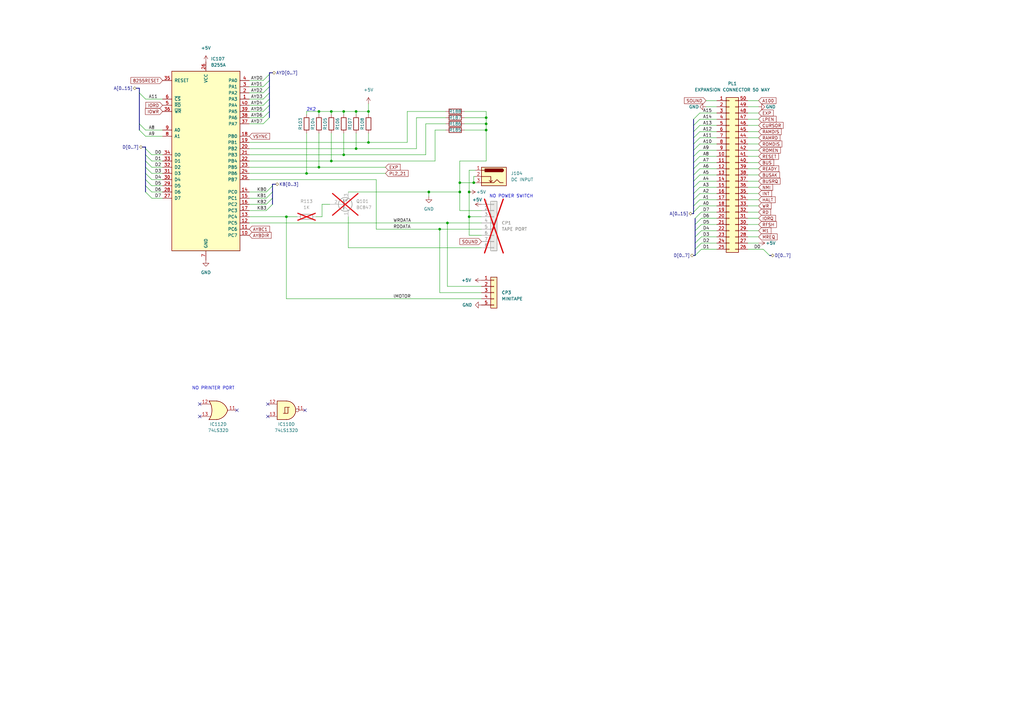
<source format=kicad_sch>
(kicad_sch (version 20230121) (generator eeschema)
  (paper "A3")
  (lib_symbols
    (symbol "74xx:74LS132" (pin_names (offset 1.016))
      (property "Reference" "U" (at 0 1.27 0))
      (property "Value" "74LS132" (at 0 -1.27 0))
      (symbol "74LS132_1_1"
        (pin input line (at -7.62 2.54 0) (length 3.81) (name "~") (number "1"))
        (pin input line (at -7.62 -2.54 0) (length 3.81) (name "~") (number "2"))
        (pin output inverted (at 7.62 0 180) (length 3.81) (name "~") (number "3"))
      )
      (symbol "74LS132_1_2"
        (pin input inverted (at -7.62 2.54 0) (length 4.318) (name "~") (number "1"))
        (pin input inverted (at -7.62 -2.54 0) (length 4.318) (name "~") (number "2"))
        (pin output line (at 7.62 0 180) (length 3.81) (name "~") (number "3"))
      )
      (symbol "74LS132_2_1"
        (pin input line (at -7.62 2.54 0) (length 3.81) (name "~") (number "4"))
        (pin input line (at -7.62 -2.54 0) (length 3.81) (name "~") (number "5"))
        (pin output inverted (at 7.62 0 180) (length 3.81) (name "~") (number "6"))
      )
      (symbol "74LS132_2_2"
        (pin input inverted (at -7.62 2.54 0) (length 4.318) (name "~") (number "4"))
        (pin input inverted (at -7.62 -2.54 0) (length 4.318) (name "~") (number "5"))
        (pin output line (at 7.62 0 180) (length 3.81) (name "~") (number "6"))
      )
      (symbol "74LS132_3_1"
        (pin input line (at -7.62 -2.54 0) (length 3.81) (name "~") (number "10"))
        (pin output inverted (at 7.62 0 180) (length 3.81) (name "~") (number "8"))
        (pin input line (at -7.62 2.54 0) (length 3.81) (name "~") (number "9"))
      )
      (symbol "74LS132_3_2"
        (pin input inverted (at -7.62 -2.54 0) (length 4.318) (name "~") (number "10"))
        (pin output line (at 7.62 0 180) (length 3.81) (name "~") (number "8"))
        (pin input inverted (at -7.62 2.54 0) (length 4.318) (name "~") (number "9"))
      )
      (symbol "74LS132_4_1"
        (pin output inverted (at 7.62 0 180) (length 3.81) (name "~") (number "11"))
        (pin input line (at -7.62 2.54 0) (length 3.81) (name "~") (number "12"))
        (pin input line (at -7.62 -2.54 0) (length 3.81) (name "~") (number "13"))
      )
      (symbol "74LS132_4_2"
        (pin output line (at 7.62 0 180) (length 3.81) (name "~") (number "11"))
        (pin input inverted (at -7.62 2.54 0) (length 4.318) (name "~") (number "12"))
        (pin input inverted (at -7.62 -2.54 0) (length 4.318) (name "~") (number "13"))
      )
      (symbol "74LS132_5_0"
        (pin power_in line (at 0 12.7 270) (length 5.08) (name "VCC") (number "14"))
        (pin power_in line (at 0 -12.7 90) (length 5.08) (name "GND") (number "7"))
      )
    )
    (symbol "74xx:74LS32" (pin_names (offset 1.016))
      (property "Reference" "U" (at 0 1.27 0))
      (property "Value" "74LS32" (at 0 -1.27 0))
      (symbol "74LS32_1_1"
        (pin input line (at -7.62 2.54 0) (length 4.318) (name "~") (number "1"))
        (pin input line (at -7.62 -2.54 0) (length 4.318) (name "~") (number "2"))
        (pin output line (at 7.62 0 180) (length 3.81) (name "~") (number "3"))
      )
      (symbol "74LS32_1_2"
        (pin input inverted (at -7.62 2.54 0) (length 3.81) (name "~") (number "1"))
        (pin input inverted (at -7.62 -2.54 0) (length 3.81) (name "~") (number "2"))
        (pin output inverted (at 7.62 0 180) (length 3.81) (name "~") (number "3"))
      )
      (symbol "74LS32_2_1"
        (pin input line (at -7.62 2.54 0) (length 4.318) (name "~") (number "4"))
        (pin input line (at -7.62 -2.54 0) (length 4.318) (name "~") (number "5"))
        (pin output line (at 7.62 0 180) (length 3.81) (name "~") (number "6"))
      )
      (symbol "74LS32_2_2"
        (pin input inverted (at -7.62 2.54 0) (length 3.81) (name "~") (number "4"))
        (pin input inverted (at -7.62 -2.54 0) (length 3.81) (name "~") (number "5"))
        (pin output inverted (at 7.62 0 180) (length 3.81) (name "~") (number "6"))
      )
      (symbol "74LS32_3_1"
        (pin input line (at -7.62 -2.54 0) (length 4.318) (name "~") (number "10"))
        (pin output line (at 7.62 0 180) (length 3.81) (name "~") (number "8"))
        (pin input line (at -7.62 2.54 0) (length 4.318) (name "~") (number "9"))
      )
      (symbol "74LS32_3_2"
        (pin input inverted (at -7.62 -2.54 0) (length 3.81) (name "~") (number "10"))
        (pin output inverted (at 7.62 0 180) (length 3.81) (name "~") (number "8"))
        (pin input inverted (at -7.62 2.54 0) (length 3.81) (name "~") (number "9"))
      )
      (symbol "74LS32_4_1"
        (pin output line (at 7.62 0 180) (length 3.81) (name "~") (number "11"))
        (pin input line (at -7.62 2.54 0) (length 4.318) (name "~") (number "12"))
        (pin input line (at -7.62 -2.54 0) (length 4.318) (name "~") (number "13"))
      )
      (symbol "74LS32_4_2"
        (pin output inverted (at 7.62 0 180) (length 3.81) (name "~") (number "11"))
        (pin input inverted (at -7.62 2.54 0) (length 3.81) (name "~") (number "12"))
        (pin input inverted (at -7.62 -2.54 0) (length 3.81) (name "~") (number "13"))
      )
      (symbol "74LS32_5_0"
        (pin power_in line (at 0 12.7 270) (length 5.08) (name "VCC") (number "14"))
        (pin power_in line (at 0 -12.7 90) (length 5.08) (name "GND") (number "7"))
      )
    )
    (symbol "Connector:Barrel_Jack_Switch_Pin3Ring" (pin_names hide)
      (property "Reference" "J" (at 0 5.334 0))
      (property "Value" "Barrel_Jack_Switch_Pin3Ring" (at 0 -5.08 0))
      (symbol "Barrel_Jack_Switch_Pin3Ring_1_1"
        (pin passive line (at 7.62 2.54 180) (length 2.54) (name "~") (number "1"))
        (pin passive line (at 7.62 0 180) (length 2.54) (name "~") (number "2"))
        (pin passive line (at 7.62 -2.54 180) (length 2.54) (name "~") (number "3"))
      )
    )
    (symbol "Connector_Generic:Conn_01x05" (pin_names (offset 1.016) hide)
      (property "Reference" "J" (at 0 7.62 0))
      (property "Value" "Conn_01x05" (at 0 -7.62 0))
      (symbol "Conn_01x05_1_1"
        (pin passive line (at -5.08 5.08 0) (length 3.81) (name "Pin_1") (number "1"))
        (pin passive line (at -5.08 2.54 0) (length 3.81) (name "Pin_2") (number "2"))
        (pin passive line (at -5.08 0 0) (length 3.81) (name "Pin_3") (number "3"))
        (pin passive line (at -5.08 -2.54 0) (length 3.81) (name "Pin_4") (number "4"))
        (pin passive line (at -5.08 -5.08 0) (length 3.81) (name "Pin_5") (number "5"))
      )
    )
    (symbol "Connector_Generic:Conn_01x08" (pin_names (offset 1.016) hide)
      (property "Reference" "J" (at 0 10.16 0))
      (property "Value" "Conn_01x08" (at 0 -12.7 0))
      (symbol "Conn_01x08_1_1"
        (pin passive line (at -5.08 7.62 0) (length 3.81) (name "Pin_1") (number "1"))
        (pin passive line (at -5.08 5.08 0) (length 3.81) (name "Pin_2") (number "2"))
        (pin passive line (at -5.08 2.54 0) (length 3.81) (name "Pin_3") (number "3"))
        (pin passive line (at -5.08 0 0) (length 3.81) (name "Pin_4") (number "4"))
        (pin passive line (at -5.08 -2.54 0) (length 3.81) (name "Pin_5") (number "5"))
        (pin passive line (at -5.08 -5.08 0) (length 3.81) (name "Pin_6") (number "6"))
        (pin passive line (at -5.08 -7.62 0) (length 3.81) (name "Pin_7") (number "7"))
        (pin passive line (at -5.08 -10.16 0) (length 3.81) (name "Pin_8") (number "8"))
      )
    )
    (symbol "Connector_Generic:Conn_02x25_Counter_Clockwise" (pin_names (offset 1.016) hide)
      (property "Reference" "J" (at 1.27 33.02 0))
      (property "Value" "Conn_02x25_Counter_Clockwise" (at 1.27 -33.02 0))
      (symbol "Conn_02x25_Counter_Clockwise_1_1"
        (pin passive line (at -5.08 30.48 0) (length 3.81) (name "Pin_1") (number "1"))
        (pin passive line (at -5.08 7.62 0) (length 3.81) (name "Pin_10") (number "10"))
        (pin passive line (at -5.08 5.08 0) (length 3.81) (name "Pin_11") (number "11"))
        (pin passive line (at -5.08 2.54 0) (length 3.81) (name "Pin_12") (number "12"))
        (pin passive line (at -5.08 0 0) (length 3.81) (name "Pin_13") (number "13"))
        (pin passive line (at -5.08 -2.54 0) (length 3.81) (name "Pin_14") (number "14"))
        (pin passive line (at -5.08 -5.08 0) (length 3.81) (name "Pin_15") (number "15"))
        (pin passive line (at -5.08 -7.62 0) (length 3.81) (name "Pin_16") (number "16"))
        (pin passive line (at -5.08 -10.16 0) (length 3.81) (name "Pin_17") (number "17"))
        (pin passive line (at -5.08 -12.7 0) (length 3.81) (name "Pin_18") (number "18"))
        (pin passive line (at -5.08 -15.24 0) (length 3.81) (name "Pin_19") (number "19"))
        (pin passive line (at -5.08 27.94 0) (length 3.81) (name "Pin_2") (number "2"))
        (pin passive line (at -5.08 -17.78 0) (length 3.81) (name "Pin_20") (number "20"))
        (pin passive line (at -5.08 -20.32 0) (length 3.81) (name "Pin_21") (number "21"))
        (pin passive line (at -5.08 -22.86 0) (length 3.81) (name "Pin_22") (number "22"))
        (pin passive line (at -5.08 -25.4 0) (length 3.81) (name "Pin_23") (number "23"))
        (pin passive line (at -5.08 -27.94 0) (length 3.81) (name "Pin_24") (number "24"))
        (pin passive line (at -5.08 -30.48 0) (length 3.81) (name "Pin_25") (number "25"))
        (pin passive line (at 7.62 -30.48 180) (length 3.81) (name "Pin_26") (number "26"))
        (pin passive line (at 7.62 -27.94 180) (length 3.81) (name "Pin_27") (number "27"))
        (pin passive line (at 7.62 -25.4 180) (length 3.81) (name "Pin_28") (number "28"))
        (pin passive line (at 7.62 -22.86 180) (length 3.81) (name "Pin_29") (number "29"))
        (pin passive line (at -5.08 25.4 0) (length 3.81) (name "Pin_3") (number "3"))
        (pin passive line (at 7.62 -20.32 180) (length 3.81) (name "Pin_30") (number "30"))
        (pin passive line (at 7.62 -17.78 180) (length 3.81) (name "Pin_31") (number "31"))
        (pin passive line (at 7.62 -15.24 180) (length 3.81) (name "Pin_32") (number "32"))
        (pin passive line (at 7.62 -12.7 180) (length 3.81) (name "Pin_33") (number "33"))
        (pin passive line (at 7.62 -10.16 180) (length 3.81) (name "Pin_34") (number "34"))
        (pin passive line (at 7.62 -7.62 180) (length 3.81) (name "Pin_35") (number "35"))
        (pin passive line (at 7.62 -5.08 180) (length 3.81) (name "Pin_36") (number "36"))
        (pin passive line (at 7.62 -2.54 180) (length 3.81) (name "Pin_37") (number "37"))
        (pin passive line (at 7.62 0 180) (length 3.81) (name "Pin_38") (number "38"))
        (pin passive line (at 7.62 2.54 180) (length 3.81) (name "Pin_39") (number "39"))
        (pin passive line (at -5.08 22.86 0) (length 3.81) (name "Pin_4") (number "4"))
        (pin passive line (at 7.62 5.08 180) (length 3.81) (name "Pin_40") (number "40"))
        (pin passive line (at 7.62 7.62 180) (length 3.81) (name "Pin_41") (number "41"))
        (pin passive line (at 7.62 10.16 180) (length 3.81) (name "Pin_42") (number "42"))
        (pin passive line (at 7.62 12.7 180) (length 3.81) (name "Pin_43") (number "43"))
        (pin passive line (at 7.62 15.24 180) (length 3.81) (name "Pin_44") (number "44"))
        (pin passive line (at 7.62 17.78 180) (length 3.81) (name "Pin_45") (number "45"))
        (pin passive line (at 7.62 20.32 180) (length 3.81) (name "Pin_46") (number "46"))
        (pin passive line (at 7.62 22.86 180) (length 3.81) (name "Pin_47") (number "47"))
        (pin passive line (at 7.62 25.4 180) (length 3.81) (name "Pin_48") (number "48"))
        (pin passive line (at 7.62 27.94 180) (length 3.81) (name "Pin_49") (number "49"))
        (pin passive line (at -5.08 20.32 0) (length 3.81) (name "Pin_5") (number "5"))
        (pin passive line (at 7.62 30.48 180) (length 3.81) (name "Pin_50") (number "50"))
        (pin passive line (at -5.08 17.78 0) (length 3.81) (name "Pin_6") (number "6"))
        (pin passive line (at -5.08 15.24 0) (length 3.81) (name "Pin_7") (number "7"))
        (pin passive line (at -5.08 12.7 0) (length 3.81) (name "Pin_8") (number "8"))
        (pin passive line (at -5.08 10.16 0) (length 3.81) (name "Pin_9") (number "9"))
      )
    )
    (symbol "Device:R" (pin_numbers hide) (pin_names (offset 0))
      (property "Reference" "R" (at 2.032 0 90))
      (property "Value" "R" (at 0 0 90))
      (symbol "R_1_1"
        (pin passive line (at 0 3.81 270) (length 1.27) (name "~") (number "1"))
        (pin passive line (at 0 -3.81 90) (length 1.27) (name "~") (number "2"))
      )
    )
    (symbol "Interface:8255A" (pin_names (offset 1.016))
      (property "Reference" "U" (at -13.97 38.1 0))
      (property "Value" "8255A" (at 8.89 38.1 0))
      (symbol "8255A_1_1"
        (pin bidirectional line (at 17.78 25.4 180) (length 3.81) (name "PA3") (number "1"))
        (pin bidirectional line (at 17.78 -30.48 180) (length 3.81) (name "PC7") (number "10"))
        (pin bidirectional line (at 17.78 -27.94 180) (length 3.81) (name "PC6") (number "11"))
        (pin bidirectional line (at 17.78 -25.4 180) (length 3.81) (name "PC5") (number "12"))
        (pin bidirectional line (at 17.78 -22.86 180) (length 3.81) (name "PC4") (number "13"))
        (pin bidirectional line (at 17.78 -12.7 180) (length 3.81) (name "PC0") (number "14"))
        (pin bidirectional line (at 17.78 -15.24 180) (length 3.81) (name "PC1") (number "15"))
        (pin bidirectional line (at 17.78 -17.78 180) (length 3.81) (name "PC2") (number "16"))
        (pin bidirectional line (at 17.78 -20.32 180) (length 3.81) (name "PC3") (number "17"))
        (pin bidirectional line (at 17.78 10.16 180) (length 3.81) (name "PB0") (number "18"))
        (pin bidirectional line (at 17.78 7.62 180) (length 3.81) (name "PB1") (number "19"))
        (pin bidirectional line (at 17.78 27.94 180) (length 3.81) (name "PA2") (number "2"))
        (pin bidirectional line (at 17.78 5.08 180) (length 3.81) (name "PB2") (number "20"))
        (pin bidirectional line (at 17.78 2.54 180) (length 3.81) (name "PB3") (number "21"))
        (pin bidirectional line (at 17.78 0 180) (length 3.81) (name "PB4") (number "22"))
        (pin bidirectional line (at 17.78 -2.54 180) (length 3.81) (name "PB5") (number "23"))
        (pin bidirectional line (at 17.78 -5.08 180) (length 3.81) (name "PB6") (number "24"))
        (pin bidirectional line (at 17.78 -7.62 180) (length 3.81) (name "PB7") (number "25"))
        (pin power_in line (at 0 40.64 270) (length 3.81) (name "VCC") (number "26"))
        (pin bidirectional line (at -17.78 -15.24 0) (length 3.81) (name "D7") (number "27"))
        (pin bidirectional line (at -17.78 -12.7 0) (length 3.81) (name "D6") (number "28"))
        (pin bidirectional line (at -17.78 -10.16 0) (length 3.81) (name "D5") (number "29"))
        (pin bidirectional line (at 17.78 30.48 180) (length 3.81) (name "PA1") (number "3"))
        (pin bidirectional line (at -17.78 -7.62 0) (length 3.81) (name "D4") (number "30"))
        (pin bidirectional line (at -17.78 -5.08 0) (length 3.81) (name "D3") (number "31"))
        (pin bidirectional line (at -17.78 -2.54 0) (length 3.81) (name "D2") (number "32"))
        (pin bidirectional line (at -17.78 0 0) (length 3.81) (name "D1") (number "33"))
        (pin bidirectional line (at -17.78 2.54 0) (length 3.81) (name "D0") (number "34"))
        (pin input line (at -17.78 33.02 0) (length 3.81) (name "RESET") (number "35"))
        (pin input line (at -17.78 20.32 0) (length 3.81) (name "~{WR}") (number "36"))
        (pin bidirectional line (at 17.78 15.24 180) (length 3.81) (name "PA7") (number "37"))
        (pin bidirectional line (at 17.78 17.78 180) (length 3.81) (name "PA6") (number "38"))
        (pin bidirectional line (at 17.78 20.32 180) (length 3.81) (name "PA5") (number "39"))
        (pin bidirectional line (at 17.78 33.02 180) (length 3.81) (name "PA0") (number "4"))
        (pin bidirectional line (at 17.78 22.86 180) (length 3.81) (name "PA4") (number "40"))
        (pin input line (at -17.78 22.86 0) (length 3.81) (name "~{RD}") (number "5"))
        (pin input line (at -17.78 25.4 0) (length 3.81) (name "~{CS}") (number "6"))
        (pin power_in line (at 0 -40.64 90) (length 3.81) (name "GND") (number "7"))
        (pin input line (at -17.78 10.16 0) (length 3.81) (name "A1") (number "8"))
        (pin input line (at -17.78 12.7 0) (length 3.81) (name "A0") (number "9"))
      )
    )
    (symbol "Transistor_BJT:BC547" (pin_names (offset 0) hide)
      (property "Reference" "Q" (at 5.08 1.905 0))
      (property "Value" "BC547" (at 5.08 0 0))
      (symbol "BC547_1_1"
        (pin passive line (at 2.54 5.08 270) (length 2.54) (name "C") (number "1"))
        (pin input line (at -5.08 0 0) (length 5.08) (name "B") (number "2"))
        (pin passive line (at 2.54 -5.08 90) (length 2.54) (name "E") (number "3"))
      )
    )
    (symbol "power:+5V" (power) (pin_names (offset 0))
      (property "Value" "+5V" (at 0 3.556 0))
      (symbol "+5V_1_1"
        (pin power_in line (at 0 0 90) (length 0) hide (name "+5V") (number "1"))
      )
    )
    (symbol "power:GND" (power) (pin_names (offset 0))
      (property "Value" "GND" (at 0 -3.81 0))
      (symbol "GND_1_1"
        (pin power_in line (at 0 0 270) (length 0) hide (name "GND") (number "1"))
      )
    )
  )
  (junction (at 125.73 71.12))
  (junction (at 151.13 45.72))
  (junction (at 130.81 45.72))
  (junction (at 146.05 45.72))
  (junction (at 192.405 78.74))
  (junction (at 192.405 88.9))
  (junction (at 188.595 74.93))
  (junction (at 194.31 74.93))
  (junction (at 140.97 63.5))
  (junction (at 199.39 50.8))
  (junction (at 199.39 48.26))
  (junction (at 183.515 91.44))
  (junction (at 199.39 53.34))
  (junction (at 180.34 93.98))
  (junction (at 140.97 45.72))
  (junction (at 117.475 88.9))
  (junction (at 135.89 45.72))
  (junction (at 175.895 78.74))
  (junction (at 146.05 60.96))
  (junction (at 188.595 78.74))
  (junction (at 135.89 66.04))
  (junction (at 151.13 58.42))
  (junction (at 130.81 68.58))
  (no_connect (at 109.855 170.815))
  (no_connect (at 109.855 165.735))
  (no_connect (at 125.095 168.275))
  (no_connect (at 81.915 165.735))
  (no_connect (at 81.915 170.815))
  (no_connect (at 97.155 168.275))
  (bus_entry (at 107.95 38.1) (size 2.54 -2.54))
  (bus_entry (at 107.95 43.18) (size 2.54 -2.54))
  (bus_entry (at 285.115 92.075) (size 2.54 -2.54))
  (bus_entry (at 284.48 56.515) (size 2.54 -2.54))
  (bus_entry (at 59.69 73.66) (size 2.54 2.54))
  (bus_entry (at 285.115 89.535) (size 2.54 -2.54))
  (bus_entry (at 284.48 48.895) (size 2.54 -2.54))
  (bus_entry (at 57.15 50.8) (size 2.54 2.54))
  (bus_entry (at 107.95 50.8) (size 2.54 -2.54))
  (bus_entry (at 107.95 45.72) (size 2.54 -2.54))
  (bus_entry (at 59.69 66.04) (size 2.54 2.54))
  (bus_entry (at 284.48 84.455) (size 2.54 -2.54))
  (bus_entry (at 284.48 61.595) (size 2.54 -2.54))
  (bus_entry (at 284.48 74.295) (size 2.54 -2.54))
  (bus_entry (at 59.69 68.58) (size 2.54 2.54))
  (bus_entry (at 107.95 35.56) (size 2.54 -2.54))
  (bus_entry (at 59.69 76.2) (size 2.54 2.54))
  (bus_entry (at 57.15 53.34) (size 2.54 2.54))
  (bus_entry (at 59.69 63.5) (size 2.54 2.54))
  (bus_entry (at 284.48 81.915) (size 2.54 -2.54))
  (bus_entry (at 109.22 86.36) (size 2.54 -2.54))
  (bus_entry (at 109.22 78.74) (size 2.54 -2.54))
  (bus_entry (at 284.48 64.135) (size 2.54 -2.54))
  (bus_entry (at 284.48 59.055) (size 2.54 -2.54))
  (bus_entry (at 284.48 79.375) (size 2.54 -2.54))
  (bus_entry (at 285.115 97.155) (size 2.54 -2.54))
  (bus_entry (at 107.95 33.02) (size 2.54 -2.54))
  (bus_entry (at 57.15 38.1) (size 2.54 2.54))
  (bus_entry (at 285.115 102.235) (size 2.54 -2.54))
  (bus_entry (at 284.48 86.995) (size 2.54 -2.54))
  (bus_entry (at 284.48 51.435) (size 2.54 -2.54))
  (bus_entry (at 284.48 53.975) (size 2.54 -2.54))
  (bus_entry (at 107.95 48.26) (size 2.54 -2.54))
  (bus_entry (at 284.48 76.835) (size 2.54 -2.54))
  (bus_entry (at 285.115 99.695) (size 2.54 -2.54))
  (bus_entry (at 284.48 66.675) (size 2.54 -2.54))
  (bus_entry (at 59.69 60.96) (size 2.54 2.54))
  (bus_entry (at 285.115 94.615) (size 2.54 -2.54))
  (bus_entry (at 284.48 71.755) (size 2.54 -2.54))
  (bus_entry (at 59.69 71.12) (size 2.54 2.54))
  (bus_entry (at 285.115 104.775) (size 2.54 -2.54))
  (bus_entry (at 284.48 69.215) (size 2.54 -2.54))
  (bus_entry (at 107.95 40.64) (size 2.54 -2.54))
  (bus_entry (at 59.69 78.74) (size 2.54 2.54))
  (bus_entry (at 109.22 83.82) (size 2.54 -2.54))
  (bus_entry (at 109.22 81.28) (size 2.54 -2.54))
  (bus_entry (at 313.055 102.235) (size 2.54 2.54))
  (wire (pts (xy 62.23 76.2) (xy 66.675 76.2)))
  (wire (pts (xy 135.89 45.72) (xy 140.97 45.72)))
  (wire (pts (xy 287.655 97.155) (xy 294.005 97.155)))
  (wire (pts (xy 188.595 74.93) (xy 194.31 74.93)))
  (wire (pts (xy 306.705 86.995) (xy 311.15 86.995)))
  (wire (pts (xy 140.97 45.72) (xy 140.97 46.99)))
  (wire (pts (xy 306.705 94.615) (xy 311.15 94.615)))
  (bus (pts (xy 113.03 75.565) (xy 111.76 75.565)))
  (wire (pts (xy 130.81 54.61) (xy 130.81 68.58)))
  (wire (pts (xy 287.655 102.235) (xy 294.005 102.235)))
  (wire (pts (xy 287.02 66.675) (xy 294.005 66.675)))
  (wire (pts (xy 287.02 76.835) (xy 294.005 76.835)))
  (wire (pts (xy 102.235 63.5) (xy 140.97 63.5)))
  (wire (pts (xy 287.02 84.455) (xy 294.005 84.455)))
  (wire (pts (xy 287.02 51.435) (xy 294.005 51.435)))
  (bus (pts (xy 110.49 33.02) (xy 110.49 35.56)))
  (wire (pts (xy 102.235 60.96) (xy 146.05 60.96)))
  (wire (pts (xy 306.705 92.075) (xy 311.15 92.075)))
  (wire (pts (xy 306.705 61.595) (xy 311.15 61.595)))
  (bus (pts (xy 57.15 38.1) (xy 57.15 50.8)))
  (wire (pts (xy 287.02 71.755) (xy 294.005 71.755)))
  (wire (pts (xy 180.34 93.98) (xy 180.34 120.015)))
  (wire (pts (xy 167.005 45.72) (xy 182.88 45.72)))
  (wire (pts (xy 190.5 45.72) (xy 199.39 45.72)))
  (wire (pts (xy 188.595 66.04) (xy 199.39 66.04)))
  (wire (pts (xy 306.705 69.215) (xy 311.15 69.215)))
  (wire (pts (xy 102.235 43.18) (xy 107.95 43.18)))
  (bus (pts (xy 285.115 99.695) (xy 285.115 102.235)))
  (wire (pts (xy 199.39 50.8) (xy 199.39 53.34)))
  (bus (pts (xy 284.48 51.435) (xy 284.48 53.975)))
  (bus (pts (xy 316.23 104.775) (xy 315.595 104.775)))
  (wire (pts (xy 102.235 78.74) (xy 109.22 78.74)))
  (bus (pts (xy 59.69 76.2) (xy 59.69 78.74)))
  (wire (pts (xy 306.705 53.975) (xy 311.15 53.975)))
  (wire (pts (xy 188.595 86.36) (xy 188.595 78.74)))
  (wire (pts (xy 102.235 66.04) (xy 135.89 66.04)))
  (wire (pts (xy 62.23 78.74) (xy 66.675 78.74)))
  (wire (pts (xy 130.81 68.58) (xy 158.115 68.58)))
  (bus (pts (xy 284.48 86.995) (xy 284.48 87.63)))
  (bus (pts (xy 285.115 102.235) (xy 285.115 104.775)))
  (wire (pts (xy 62.23 73.66) (xy 66.675 73.66)))
  (wire (pts (xy 102.235 33.02) (xy 107.95 33.02)))
  (wire (pts (xy 132.08 83.82) (xy 135.255 83.82)))
  (wire (pts (xy 146.05 45.72) (xy 146.05 46.99)))
  (wire (pts (xy 194.31 72.39) (xy 194.31 74.93)))
  (wire (pts (xy 306.705 74.295) (xy 311.15 74.295)))
  (wire (pts (xy 102.235 91.44) (xy 183.515 91.44)))
  (wire (pts (xy 102.235 40.64) (xy 107.95 40.64)))
  (wire (pts (xy 146.05 45.72) (xy 151.13 45.72)))
  (bus (pts (xy 59.69 60.325) (xy 59.69 60.96)))
  (wire (pts (xy 102.235 81.28) (xy 109.22 81.28)))
  (wire (pts (xy 125.73 54.61) (xy 125.73 71.12)))
  (wire (pts (xy 287.02 48.895) (xy 294.005 48.895)))
  (wire (pts (xy 306.705 41.275) (xy 311.15 41.275)))
  (bus (pts (xy 284.48 74.295) (xy 284.48 76.835)))
  (wire (pts (xy 175.895 78.74) (xy 175.895 80.645)))
  (wire (pts (xy 192.405 69.85) (xy 192.405 78.74)))
  (wire (pts (xy 197.485 93.98) (xy 180.34 93.98)))
  (bus (pts (xy 284.48 81.915) (xy 284.48 84.455)))
  (bus (pts (xy 285.115 94.615) (xy 285.115 97.155)))
  (wire (pts (xy 174.625 63.5) (xy 174.625 50.8)))
  (wire (pts (xy 287.02 79.375) (xy 294.005 79.375)))
  (wire (pts (xy 135.89 45.72) (xy 135.89 46.99)))
  (wire (pts (xy 194.945 72.39) (xy 194.31 72.39)))
  (bus (pts (xy 57.15 50.8) (xy 57.15 53.34)))
  (bus (pts (xy 284.48 71.755) (xy 284.48 74.295)))
  (bus (pts (xy 284.48 79.375) (xy 284.48 81.915)))
  (wire (pts (xy 194.945 69.85) (xy 192.405 69.85)))
  (wire (pts (xy 306.705 51.435) (xy 311.15 51.435)))
  (wire (pts (xy 130.81 45.72) (xy 135.89 45.72)))
  (wire (pts (xy 192.405 88.9) (xy 197.485 88.9)))
  (bus (pts (xy 59.69 63.5) (xy 59.69 66.04)))
  (bus (pts (xy 284.48 66.675) (xy 284.48 69.215)))
  (wire (pts (xy 183.515 91.44) (xy 197.485 91.44)))
  (wire (pts (xy 194.31 74.93) (xy 194.945 74.93)))
  (wire (pts (xy 306.705 71.755) (xy 311.15 71.755)))
  (wire (pts (xy 306.705 48.895) (xy 311.15 48.895)))
  (wire (pts (xy 306.705 59.055) (xy 311.15 59.055)))
  (wire (pts (xy 306.705 89.535) (xy 311.15 89.535)))
  (wire (pts (xy 306.705 64.135) (xy 311.15 64.135)))
  (wire (pts (xy 306.705 99.695) (xy 311.15 99.695)))
  (bus (pts (xy 57.15 36.195) (xy 57.15 38.1)))
  (wire (pts (xy 180.34 93.98) (xy 154.305 93.98)))
  (wire (pts (xy 154.305 73.66) (xy 102.235 73.66)))
  (wire (pts (xy 287.02 46.355) (xy 294.005 46.355)))
  (wire (pts (xy 287.655 99.695) (xy 294.005 99.695)))
  (wire (pts (xy 199.39 48.26) (xy 199.39 50.8)))
  (wire (pts (xy 142.875 101.6) (xy 197.485 101.6)))
  (wire (pts (xy 146.05 60.96) (xy 170.815 60.96)))
  (wire (pts (xy 59.69 53.34) (xy 66.675 53.34)))
  (wire (pts (xy 62.23 66.04) (xy 66.675 66.04)))
  (wire (pts (xy 183.515 91.44) (xy 183.515 117.475)))
  (bus (pts (xy 111.76 29.845) (xy 110.49 29.845)))
  (wire (pts (xy 125.73 71.12) (xy 158.115 71.12)))
  (wire (pts (xy 125.73 45.72) (xy 130.81 45.72)))
  (bus (pts (xy 59.69 60.96) (xy 59.69 63.5)))
  (bus (pts (xy 59.69 66.04) (xy 59.69 68.58)))
  (wire (pts (xy 151.13 45.72) (xy 151.13 42.545)))
  (bus (pts (xy 58.42 60.325) (xy 59.69 60.325)))
  (wire (pts (xy 199.39 53.34) (xy 199.39 66.04)))
  (wire (pts (xy 102.235 71.12) (xy 125.73 71.12)))
  (wire (pts (xy 306.705 81.915) (xy 311.15 81.915)))
  (wire (pts (xy 146.05 54.61) (xy 146.05 60.96)))
  (bus (pts (xy 110.49 38.1) (xy 110.49 40.64)))
  (bus (pts (xy 110.49 43.18) (xy 110.49 45.72)))
  (wire (pts (xy 306.705 66.675) (xy 311.15 66.675)))
  (bus (pts (xy 111.76 78.74) (xy 111.76 81.28)))
  (wire (pts (xy 190.5 53.34) (xy 199.39 53.34)))
  (wire (pts (xy 197.485 122.555) (xy 117.475 122.555)))
  (bus (pts (xy 110.49 45.72) (xy 110.49 48.26)))
  (wire (pts (xy 287.02 81.915) (xy 294.005 81.915)))
  (wire (pts (xy 142.875 88.9) (xy 142.875 101.6)))
  (wire (pts (xy 199.39 45.72) (xy 199.39 48.26)))
  (wire (pts (xy 151.13 54.61) (xy 151.13 58.42)))
  (wire (pts (xy 142.875 78.74) (xy 175.895 78.74)))
  (wire (pts (xy 62.23 81.28) (xy 66.675 81.28)))
  (wire (pts (xy 135.89 66.04) (xy 178.435 66.04)))
  (wire (pts (xy 62.23 63.5) (xy 66.675 63.5)))
  (bus (pts (xy 285.115 97.155) (xy 285.115 99.695)))
  (wire (pts (xy 178.435 53.34) (xy 182.88 53.34)))
  (wire (pts (xy 306.705 43.815) (xy 311.15 43.815)))
  (wire (pts (xy 188.595 78.74) (xy 188.595 74.93)))
  (wire (pts (xy 287.02 56.515) (xy 294.005 56.515)))
  (bus (pts (xy 284.48 84.455) (xy 284.48 86.995)))
  (bus (pts (xy 111.76 76.2) (xy 111.76 78.74)))
  (bus (pts (xy 284.48 53.975) (xy 284.48 56.515)))
  (wire (pts (xy 306.705 56.515) (xy 311.15 56.515)))
  (bus (pts (xy 285.115 89.535) (xy 285.115 92.075)))
  (wire (pts (xy 192.405 96.52) (xy 197.485 96.52)))
  (wire (pts (xy 102.235 86.36) (xy 109.22 86.36)))
  (wire (pts (xy 306.705 84.455) (xy 311.15 84.455)))
  (wire (pts (xy 154.305 93.98) (xy 154.305 73.66)))
  (wire (pts (xy 306.705 97.155) (xy 311.15 97.155)))
  (wire (pts (xy 287.02 53.975) (xy 294.005 53.975)))
  (wire (pts (xy 174.625 50.8) (xy 182.88 50.8)))
  (wire (pts (xy 287.02 59.055) (xy 294.005 59.055)))
  (wire (pts (xy 140.97 45.72) (xy 146.05 45.72)))
  (wire (pts (xy 62.23 68.58) (xy 66.675 68.58)))
  (bus (pts (xy 59.69 71.12) (xy 59.69 73.66)))
  (bus (pts (xy 284.48 69.215) (xy 284.48 71.755)))
  (wire (pts (xy 102.235 88.9) (xy 117.475 88.9)))
  (bus (pts (xy 285.115 92.075) (xy 285.115 94.615)))
  (wire (pts (xy 102.235 35.56) (xy 107.95 35.56)))
  (bus (pts (xy 284.48 48.895) (xy 284.48 51.435)))
  (bus (pts (xy 284.48 61.595) (xy 284.48 64.135)))
  (bus (pts (xy 284.48 64.135) (xy 284.48 66.675)))
  (bus (pts (xy 55.88 36.195) (xy 57.15 36.195)))
  (wire (pts (xy 102.235 68.58) (xy 130.81 68.58)))
  (wire (pts (xy 62.23 71.12) (xy 66.675 71.12)))
  (wire (pts (xy 287.655 92.075) (xy 294.005 92.075)))
  (wire (pts (xy 130.81 45.72) (xy 130.81 46.99)))
  (wire (pts (xy 188.595 66.04) (xy 188.595 74.93)))
  (bus (pts (xy 110.49 30.48) (xy 110.49 33.02)))
  (wire (pts (xy 135.89 54.61) (xy 135.89 66.04)))
  (wire (pts (xy 102.235 83.82) (xy 109.22 83.82)))
  (bus (pts (xy 110.49 40.64) (xy 110.49 43.18)))
  (wire (pts (xy 151.13 45.72) (xy 151.13 46.99)))
  (bus (pts (xy 111.76 81.28) (xy 111.76 83.82)))
  (wire (pts (xy 180.34 120.015) (xy 197.485 120.015)))
  (wire (pts (xy 289.56 41.275) (xy 294.005 41.275)))
  (wire (pts (xy 102.235 50.8) (xy 107.95 50.8)))
  (wire (pts (xy 306.705 102.235) (xy 313.055 102.235)))
  (wire (pts (xy 287.655 86.995) (xy 294.005 86.995)))
  (wire (pts (xy 287.02 61.595) (xy 294.005 61.595)))
  (bus (pts (xy 284.48 76.835) (xy 284.48 79.375)))
  (wire (pts (xy 102.235 48.26) (xy 107.95 48.26)))
  (wire (pts (xy 117.475 88.9) (xy 121.92 88.9)))
  (bus (pts (xy 59.69 73.66) (xy 59.69 76.2)))
  (wire (pts (xy 306.705 79.375) (xy 311.15 79.375)))
  (wire (pts (xy 289.56 43.815) (xy 294.005 43.815)))
  (wire (pts (xy 175.895 78.74) (xy 188.595 78.74)))
  (bus (pts (xy 59.69 68.58) (xy 59.69 71.12)))
  (wire (pts (xy 170.815 60.96) (xy 170.815 48.26)))
  (wire (pts (xy 192.405 78.74) (xy 192.405 88.9)))
  (wire (pts (xy 287.655 94.615) (xy 294.005 94.615)))
  (wire (pts (xy 167.005 58.42) (xy 167.005 45.72)))
  (bus (pts (xy 284.48 104.775) (xy 285.115 104.775)))
  (wire (pts (xy 197.485 86.36) (xy 188.595 86.36)))
  (bus (pts (xy 283.845 87.63) (xy 284.48 87.63)))
  (wire (pts (xy 129.54 88.9) (xy 132.08 88.9)))
  (wire (pts (xy 306.705 76.835) (xy 311.15 76.835)))
  (wire (pts (xy 190.5 50.8) (xy 199.39 50.8)))
  (wire (pts (xy 287.02 74.295) (xy 294.005 74.295)))
  (bus (pts (xy 111.76 75.565) (xy 111.76 76.2)))
  (wire (pts (xy 117.475 122.555) (xy 117.475 88.9)))
  (bus (pts (xy 110.49 35.56) (xy 110.49 38.1)))
  (wire (pts (xy 170.815 48.26) (xy 182.88 48.26)))
  (wire (pts (xy 178.435 66.04) (xy 178.435 53.34)))
  (wire (pts (xy 140.97 63.5) (xy 174.625 63.5)))
  (wire (pts (xy 102.235 45.72) (xy 107.95 45.72)))
  (wire (pts (xy 287.655 89.535) (xy 294.005 89.535)))
  (bus (pts (xy 110.49 29.845) (xy 110.49 30.48)))
  (bus (pts (xy 284.48 59.055) (xy 284.48 61.595)))
  (wire (pts (xy 132.08 88.9) (xy 132.08 83.82)))
  (wire (pts (xy 190.5 48.26) (xy 199.39 48.26)))
  (wire (pts (xy 183.515 117.475) (xy 197.485 117.475)))
  (bus (pts (xy 284.48 56.515) (xy 284.48 59.055)))
  (wire (pts (xy 192.405 88.9) (xy 192.405 96.52)))
  (wire (pts (xy 287.02 64.135) (xy 294.005 64.135)))
  (wire (pts (xy 59.69 55.88) (xy 66.675 55.88)))
  (wire (pts (xy 287.02 69.215) (xy 294.005 69.215)))
  (wire (pts (xy 125.73 46.99) (xy 125.73 45.72)))
  (wire (pts (xy 102.235 58.42) (xy 151.13 58.42)))
  (wire (pts (xy 102.235 38.1) (xy 107.95 38.1)))
  (wire (pts (xy 140.97 54.61) (xy 140.97 63.5)))
  (wire (pts (xy 151.13 58.42) (xy 167.005 58.42)))
  (wire (pts (xy 59.69 40.64) (xy 66.675 40.64)))
  (wire (pts (xy 306.705 46.355) (xy 311.15 46.355)))
  (text "2K2" (at 125.73 45.72 0) (effects (font (size 1.27 1.27)) (justify left bottom)))
  (text "NO POWER SWITCH" (at 200.66 81.28 0) (effects (font (size 1.27 1.27)) (justify left bottom)))
  (text "NO PRINTER PORT" (at 78.74 160.02 0) (effects (font (size 1.27 1.27)) (justify left bottom)))
  (label "D0" (at 63.5 63.5 0))
  (label "A9" (at 288.29 61.595 0))
  (label "RDDATA" (at 161.29 93.98 0))
  (label "D6" (at 63.5 78.74 0))
  (label "A2" (at 288.29 79.375 0))
  (label "AYD0" (at 102.87 33.02 0))
  (label "A11" (at 60.96 40.64 0))
  (label "D7" (at 288.29 86.995 0))
  (label "KB0" (at 105.41 78.74 0))
  (label "A11" (at 288.29 56.515 0))
  (label "AYD6" (at 102.87 48.26 0))
  (label "A14" (at 288.29 48.895 0))
  (label "A8" (at 60.96 53.34 0))
  (label "A10" (at 288.29 59.055 0))
  (label "D2" (at 288.29 99.695 0))
  (label "A8" (at 288.29 64.135 0))
  (label "D4" (at 288.29 94.615 0))
  (label "AYD5" (at 102.87 45.72 0))
  (label "D1" (at 288.29 102.235 0))
  (label "D7" (at 63.5 81.28 0))
  (label "AYD2" (at 102.87 38.1 0))
  (label "A1" (at 288.29 81.915 0))
  (label "A15" (at 288.29 46.355 0))
  (label "AYD3" (at 102.87 40.64 0))
  (label "D4" (at 63.5 73.66 0))
  (label "A3" (at 288.29 76.835 0))
  (label "D2" (at 63.5 68.58 0))
  (label "AYD4" (at 102.87 43.18 0))
  (label "D0" (at 309.245 102.235 0))
  (label "A0" (at 288.29 84.455 0))
  (label "D1" (at 63.5 66.04 0))
  (label "A12" (at 288.29 53.975 0))
  (label "AYD1" (at 102.87 35.56 0))
  (label "D3" (at 288.29 97.155 0))
  (label "A9" (at 60.96 55.88 0))
  (label "D3" (at 63.5 71.12 0))
  (label "WRDATA" (at 161.29 91.44 0))
  (label "D5" (at 288.29 92.075 0))
  (label "D6" (at 288.29 89.535 0))
  (label "lMOTOR" (at 161.29 122.555 0))
  (label "KB3" (at 105.41 86.36 0))
  (label "A7" (at 288.29 66.675 0))
  (label "A13" (at 288.29 51.435 0))
  (label "A4" (at 288.29 74.295 0))
  (label "A6" (at 288.29 69.215 0))
  (label "A5" (at 288.29 71.755 0))
  (label "D5" (at 63.5 76.2 0))
  (label "AYD7" (at 102.87 50.8 0))
  (label "KB2" (at 105.41 83.82 0))
  (label "KB1" (at 105.41 81.28 0))
  (global_label "SOUND" (shape input) (at 289.56 41.275 180) (property "Intersheetrefs" "${INTERSHEET_REFS}" (effects hide)))
  (global_label "AYBDIR" (shape input) (at 102.235 96.52 0) (property "Intersheetrefs" "${INTERSHEET_REFS}" (effects hide)))
  (global_label "PL2_21" (shape input) (at 158.115 71.12 0) (property "Intersheetrefs" "${INTERSHEET_REFS}" (effects hide)))
  (global_label "EXP" (shape input) (at 311.15 46.355 0) (property "Intersheetrefs" "${INTERSHEET_REFS}" (effects hide)))
  (global_label "A100" (shape input) (at 311.15 41.275 0) (property "Intersheetrefs" "${INTERSHEET_REFS}" (effects hide)))
  (global_label "RFSH" (shape input) (at 311.15 92.075 0) (property "Intersheetrefs" "${INTERSHEET_REFS}" (effects hide)))
  (global_label "AYBC1" (shape input) (at 102.235 93.98 0) (property "Intersheetrefs" "${INTERSHEET_REFS}" (effects hide)))
  (global_label "MREQ" (shape input) (at 311.15 97.155 0) (property "Intersheetrefs" "${INTERSHEET_REFS}" (effects hide)))
  (global_label "IORD" (shape input) (at 66.675 43.18 180) (property "Intersheetrefs" "${INTERSHEET_REFS}" (effects hide)))
  (global_label "ROMEN" (shape input) (at 311.15 61.595 0) (property "Intersheetrefs" "${INTERSHEET_REFS}" (effects hide)))
  (global_label "NMI" (shape input) (at 311.15 76.835 0) (property "Intersheetrefs" "${INTERSHEET_REFS}" (effects hide)))
  (global_label "CURSOR" (shape input) (at 311.15 51.435 0) (property "Intersheetrefs" "${INTERSHEET_REFS}" (effects hide)))
  (global_label "IOWR" (shape input) (at 66.675 45.72 180) (property "Intersheetrefs" "${INTERSHEET_REFS}" (effects hide)))
  (global_label "READY" (shape input) (at 311.15 69.215 0) (property "Intersheetrefs" "${INTERSHEET_REFS}" (effects hide)))
  (global_label "RAMDIS" (shape input) (at 311.15 53.975 0) (property "Intersheetrefs" "${INTERSHEET_REFS}" (effects hide)))
  (global_label "M1" (shape input) (at 311.15 94.615 0) (property "Intersheetrefs" "${INTERSHEET_REFS}" (effects hide)))
  (global_label "IORQ" (shape input) (at 311.15 89.535 0) (property "Intersheetrefs" "${INTERSHEET_REFS}" (effects hide)))
  (global_label "INT" (shape input) (at 311.15 79.375 0) (property "Intersheetrefs" "${INTERSHEET_REFS}" (effects hide)))
  (global_label "WR" (shape input) (at 311.15 84.455 0) (property "Intersheetrefs" "${INTERSHEET_REFS}" (effects hide)))
  (global_label "HALT" (shape input) (at 311.15 81.915 0) (property "Intersheetrefs" "${INTERSHEET_REFS}" (effects hide)))
  (global_label "BUSAK" (shape input) (at 311.15 71.755 0) (property "Intersheetrefs" "${INTERSHEET_REFS}" (effects hide)))
  (global_label "EXP" (shape input) (at 158.115 68.58 0) (property "Intersheetrefs" "${INTERSHEET_REFS}" (effects hide)))
  (global_label "RESET" (shape input) (at 311.15 64.135 0) (property "Intersheetrefs" "${INTERSHEET_REFS}" (effects hide)))
  (global_label "SOUND" (shape input) (at 197.485 99.06 180) (property "Intersheetrefs" "${INTERSHEET_REFS}" (effects hide)))
  (global_label "RD" (shape input) (at 311.15 86.995 0) (property "Intersheetrefs" "${INTERSHEET_REFS}" (effects hide)))
  (global_label "LPEN" (shape input) (at 311.15 48.895 0) (property "Intersheetrefs" "${INTERSHEET_REFS}" (effects hide)))
  (global_label "8255RESET" (shape input) (at 66.675 33.02 180) (property "Intersheetrefs" "${INTERSHEET_REFS}" (effects hide)))
  (global_label "BUSRQ" (shape input) (at 311.15 74.295 0) (property "Intersheetrefs" "${INTERSHEET_REFS}" (effects hide)))
  (global_label "VSYNC" (shape input) (at 102.235 55.88 0) (property "Intersheetrefs" "${INTERSHEET_REFS}" (effects hide)))
  (global_label "RAMRD" (shape input) (at 311.15 56.515 0) (property "Intersheetrefs" "${INTERSHEET_REFS}" (effects hide)))
  (global_label "BUS" (shape input) (at 311.15 66.675 0) (property "Intersheetrefs" "${INTERSHEET_REFS}" (effects hide)))
  (global_label "ROMDIS" (shape input) (at 311.15 59.055 0) (property "Intersheetrefs" "${INTERSHEET_REFS}" (effects hide)))
  (hierarchical_label "AYD[0..7]" (shape bidirectional) (at 111.76 29.845 0))
  (hierarchical_label "D[0..7]" (shape bidirectional) (at 284.48 104.775 180))
  (hierarchical_label "D[0..7]" (shape bidirectional) (at 58.42 60.325 180))
  (hierarchical_label "A[0..15]" (shape bidirectional) (at 283.845 87.63 180))
  (hierarchical_label "D[0..7]" (shape bidirectional) (at 316.23 104.775 0))
  (hierarchical_label "A[0..15]" (shape bidirectional) (at 55.88 36.195 180))
  (hierarchical_label "KB[0..3]" (shape bidirectional) (at 113.03 75.565 0))
  (symbol (lib_id "power:+5V") (at 192.405 78.74 270) (unit 1)
    (property "Reference" "#PWR0133" (effects hide))
    (property "Value" "+5V" (at 199.39 78.74 90) (effects (justify right)))
  )
  (symbol (lib_id "Device:R") (at 186.69 53.34 90) (mirror x) (unit 1)
    (property "Reference" "R185" (at 186.69 53.34 90))
    (property "Value" "0R" (effects hide))
    (property "Footprint" "Resistor_SMD:R_0805_2012Metric" (effects hide))
    (property "LCSC" "C114561" (effects hide))
  )
  (symbol (lib_id "power:+5V") (at 151.13 42.545 0) (unit 1)
    (property "Reference" "#PWR0137" (effects hide))
    (property "Value" "+5V" (at 151.13 36.83 0))
  )
  (symbol (lib_id "power:GND") (at 84.455 106.68 0) (unit 1)
    (property "Reference" "#PWR0138" (effects hide))
    (property "Value" "GND" (at 84.455 111.76 0))
  )
  (symbol (lib_id "power:GND") (at 289.56 43.815 270) (unit 1)
    (property "Reference" "#PWR0141" (effects hide))
    (property "Value" "GND" (at 282.575 43.815 90) (effects (justify left)))
  )
  (symbol (lib_id "Device:R") (at 186.69 48.26 90) (mirror x) (unit 1)
    (property "Reference" "R187" (at 186.69 48.26 90))
    (property "Value" "0R" (effects hide))
    (property "Footprint" "Resistor_SMD:R_0805_2012Metric" (effects hide))
    (property "LCSC" "C114561" (effects hide))
  )
  (symbol (lib_id "74xx:74LS132") (at 117.475 168.275 0) (unit 4)
    (property "Reference" "IC110" (at 117.475 173.99 0))
    (property "Value" "74LS132D" (at 117.475 176.53 0))
    (property "Footprint" "Package_SO:SOIC-14_3.9x8.7mm_P1.27mm" (effects hide))
    (property "Datasheet" "http://www.ti.com/lit/gpn/sn74LS132" (effects hide))
  )
  (symbol (lib_id "Connector_Generic:Conn_02x25_Counter_Clockwise") (at 299.085 71.755 0) (unit 1)
    (property "Reference" "PL1" (at 300.355 34.29 0))
    (property "Value" "EXPANSION CONNECTOR 50 WAY" (at 300.355 36.83 0))
    (property "Footprint" "CPC464-MINI:EXPANSION_IDC_ANONYMISED" (effects hide))
  )
  (symbol (lib_id "Interface:8255A") (at 84.455 66.04 0) (unit 1)
    (property "Reference" "IC107" (at 86.4744 24.13 0) (effects (justify left)))
    (property "Value" "8255A" (at 86.4744 26.67 0) (effects (justify left)))
    (property "Footprint" "Package_DIP:DIP-40_W15.24mm" (effects hide))
    (property "Datasheet" "http://aturing.umcs.maine.edu/~meadow/courses/cos335/Intel8255A.pdf" (effects hide))
  )
  (symbol (lib_id "Transistor_BJT:BC547") (at 140.335 83.82 0) (mirror x) (unit 1) (in_bom no) (on_board no) (dnp yes)
    (property "Reference" "Q101" (at 146.05 82.55 0) (effects (justify left)))
    (property "Value" "BC847" (at 146.05 85.09 0) (effects (justify left)))
    (property "Footprint" "Package_TO_SOT_THT:TO-92_Inline" (effects hide))
    (property "Datasheet" "https://www.onsemi.com/pub/Collateral/BC550-D.pdf" (effects hide))
    (property "Sim.Enable" "0" (effects hide))
  )
  (symbol (lib_id "Device:R") (at 186.69 45.72 90) (mirror x) (unit 1)
    (property "Reference" "R188" (at 186.69 45.72 90))
    (property "Value" "0R" (effects hide))
    (property "Footprint" "Resistor_SMD:R_0805_2012Metric" (effects hide))
    (property "LCSC" "C114561" (effects hide))
  )
  (symbol (lib_id "Device:R") (at 135.89 50.8 0) (unit 1)
    (property "Reference" "R105" (at 133.35 50.8 90))
    (property "Value" "2K2" (effects hide))
    (property "Footprint" "Resistor_SMD:R_0805_2012Metric" (effects hide))
    (property "LCSC" "C114561" (effects hide))
  )
  (symbol (lib_id "Device:R") (at 125.73 88.9 90) (unit 1) (in_bom no) (on_board no) (dnp yes)
    (property "Reference" "R113" (at 125.73 82.55 90))
    (property "Value" "1K" (at 125.73 85.09 90))
    (property "Footprint" "Resistor_SMD:R_0805_2012Metric" (effects hide))
    (property "LCSC" "C482939" (effects hide))
    (property "Sim.Enable" "0" (effects hide))
  )
  (symbol (lib_id "74xx:74LS32") (at 89.535 168.275 0) (unit 4)
    (property "Reference" "IC112" (at 89.535 173.99 0))
    (property "Value" "74LS32D" (at 89.535 176.53 0))
    (property "Footprint" "Package_SO:SOIC-14_3.9x8.7mm_P1.27mm" (effects hide))
    (property "Datasheet" "http://www.ti.com/lit/gpn/sn74LS32" (effects hide))
  )
  (symbol (lib_id "Connector_Generic:Conn_01x08") (at 202.565 91.44 0) (unit 1) (in_bom no) (on_board no) (dnp yes)
    (property "Reference" "CP1" (at 205.74 91.4399 0) (effects (justify left)))
    (property "Value" "TAPE PORT" (at 205.74 93.9799 0) (effects (justify left)))
    (property "Footprint" "Connector_PinHeader_2.54mm:PinHeader_1x08_P2.54mm_Vertical" (effects hide))
    (property "Sim.Enable" "0" (effects hide))
  )
  (symbol (lib_id "Device:R") (at 125.73 50.8 0) (unit 1)
    (property "Reference" "R103" (at 123.19 50.8 90))
    (property "Value" "2K2" (effects hide))
    (property "Footprint" "Resistor_SMD:R_0805_2012Metric" (effects hide))
    (property "LCSC" "C114561" (effects hide))
  )
  (symbol (lib_id "Device:R") (at 186.69 50.8 90) (mirror x) (unit 1)
    (property "Reference" "R186" (at 186.69 50.8 90))
    (property "Value" "0R" (effects hide))
    (property "Footprint" "Resistor_SMD:R_0805_2012Metric" (effects hide))
    (property "LCSC" "C114561" (effects hide))
  )
  (symbol (lib_id "power:+5V") (at 197.485 114.935 90) (unit 1)
    (property "Reference" "#PWR056" (effects hide))
    (property "Value" "+5V" (at 189.23 114.935 90) (effects (justify right)))
  )
  (symbol (lib_id "power:GND") (at 175.895 80.645 0) (unit 1)
    (property "Reference" "#PWR0144" (effects hide))
    (property "Value" "GND" (at 175.895 85.725 0))
  )
  (symbol (lib_id "Device:R") (at 146.05 50.8 0) (unit 1)
    (property "Reference" "R107" (at 143.51 50.8 90))
    (property "Value" "2K2" (effects hide))
    (property "Footprint" "Resistor_SMD:R_0805_2012Metric" (effects hide))
    (property "LCSC" "C114561" (effects hide))
  )
  (symbol (lib_id "power:+5V") (at 84.455 25.4 0) (unit 1)
    (property "Reference" "#PWR0139" (effects hide))
    (property "Value" "+5V" (at 84.455 19.685 0))
  )
  (symbol (lib_id "Device:R") (at 130.81 50.8 0) (unit 1)
    (property "Reference" "R104" (at 128.27 50.8 90))
    (property "Value" "2K2" (effects hide))
    (property "Footprint" "Resistor_SMD:R_0805_2012Metric" (effects hide))
    (property "LCSC" "C114561" (effects hide))
  )
  (symbol (lib_id "Connector_Generic:Conn_01x05") (at 202.565 120.015 0) (unit 1)
    (property "Reference" "CP3" (at 205.74 120.015 0) (effects (justify left)))
    (property "Value" "MINITAPE" (at 205.74 122.555 0) (effects (justify left)))
    (property "Footprint" "Connector_PinHeader_2.54mm:PinHeader_1x05_P2.54mm_Vertical" (effects hide))
  )
  (symbol (lib_id "power:GND") (at 197.485 125.095 270) (unit 1)
    (property "Reference" "#PWR055" (effects hide))
    (property "Value" "GND" (at 193.675 125.095 90) (effects (justify right)))
  )
  (symbol (lib_id "power:+5V") (at 197.485 83.82 90) (unit 1)
    (property "Reference" "#PWR0103" (effects hide))
    (property "Value" "+5V" (at 193.675 81.915 90) (effects (justify right)))
  )
  (symbol (lib_id "Device:R") (at 140.97 50.8 0) (unit 1)
    (property "Reference" "R106" (at 138.43 50.8 90))
    (property "Value" "2K2" (effects hide))
    (property "Footprint" "Resistor_SMD:R_0805_2012Metric" (effects hide))
    (property "LCSC" "C114561" (effects hide))
  )
  (symbol (lib_id "power:+5V") (at 311.15 99.695 270) (unit 1)
    (property "Reference" "#PWR0142" (effects hide))
    (property "Value" "+5V" (at 318.135 99.695 90) (effects (justify right)))
  )
  (symbol (lib_id "power:GND") (at 311.15 43.815 90) (unit 1)
    (property "Reference" "#PWR0143" (effects hide))
    (property "Value" "GND" (at 318.135 43.815 90) (effects (justify left)))
  )
  (symbol (lib_id "Device:R") (at 151.13 50.8 0) (unit 1)
    (property "Reference" "R108" (at 148.59 50.8 90))
    (property "Value" "2K2" (effects hide))
    (property "Footprint" "Resistor_SMD:R_0805_2012Metric" (effects hide))
    (property "LCSC" "C114561" (effects hide))
  )
  (symbol (lib_id "Connector:Barrel_Jack_Switch_Pin3Ring") (at 202.565 72.39 0) (mirror y) (unit 1)
    (property "Reference" "J104" (at 209.55 71.1199 0) (effects (justify right)))
    (property "Value" "DC INPUT" (at 209.55 73.6599 0) (effects (justify right)))
    (property "Footprint" "Connector_BarrelJack:BarrelJack_Horizontal" (effects hide))
  )
)
</source>
